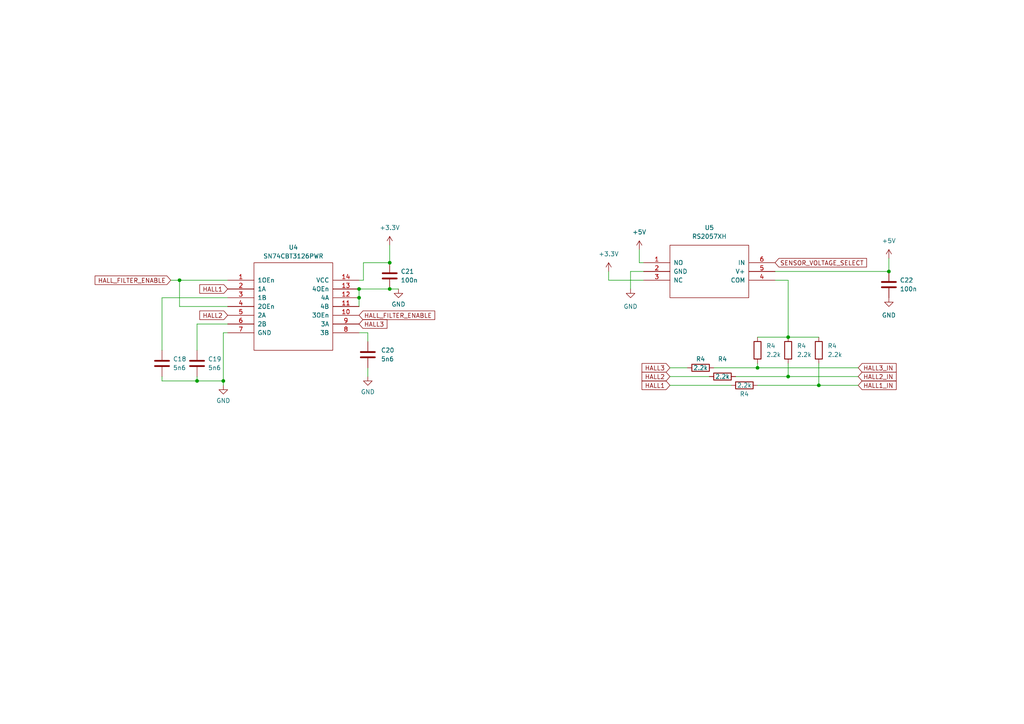
<source format=kicad_sch>
(kicad_sch (version 20230121) (generator eeschema)
  (paper "A4")
  (lib_symbols
    (symbol "Device:C" (pin_numbers hide) (pin_names (offset 0.254))
      (property "Reference" "C" (at 0.635 2.54 0))
      (property "Value" "C" (at 0.635 -2.54 0))
      (symbol "C_0_1"
        (polyline (pts (xy -2.032 -0.762) (xy 2.032 -0.762)) (stroke (width 0.508)))
        (polyline (pts (xy -2.032 0.762) (xy 2.032 0.762)) (stroke (width 0.508)))
      )
      (symbol "C_1_1"
        (pin passive line (at 0 3.81 270) (length 2.794) (name "~") (number "1"))
        (pin passive line (at 0 -3.81 90) (length 2.794) (name "~") (number "2"))
      )
    )
    (symbol "Device:R" (pin_numbers hide) (pin_names (offset 0))
      (property "Reference" "R" (at 2.032 0 90))
      (property "Value" "R" (at 0 0 90))
      (symbol "R_0_1"
        (rectangle (start -1.016 -2.54) (end 1.016 2.54) (stroke (width 0.254)))
      )
      (symbol "R_1_1"
        (pin passive line (at 0 3.81 270) (length 1.27) (name "~") (number "1"))
        (pin passive line (at 0 -3.81 90) (length 1.27) (name "~") (number "2"))
      )
    )
    (symbol "GigaVescSymbols:RS2057XH" (pin_names (offset 1.016))
      (property "Reference" "U" (at 0 -2.54 0))
      (property "Value" "RS2057XH" (at 0 -8.89 0))
      (symbol "RS2057XH_1_0"
        (rectangle (start -11.43 -7.62) (end 11.43 7.62))
      )
      (symbol "RS2057XH_1_1"
        (pin input line (at -19.05 2.54 0) (length 7.62) (name "NO") (number "1"))
        (pin input line (at -19.05 0 0) (length 7.62) (name "GND") (number "2"))
        (pin input line (at -19.05 -2.54 0) (length 7.62) (name "NC") (number "3"))
        (pin input line (at 19.05 -2.54 180) (length 7.62) (name "COM") (number "4"))
        (pin input line (at 19.05 0 180) (length 7.62) (name "V+") (number "5"))
        (pin input line (at 19.05 2.54 180) (length 7.62) (name "IN") (number "6"))
      )
    )
    (symbol "GigaVescSymbols:SN74CBT3126PWR" (pin_names (offset 1.016))
      (property "Reference" "U" (at 0 13.97 0))
      (property "Value" "SN74CBT3126PWR" (at 0 -13.97 0))
      (symbol "SN74CBT3126PWR_1_0"
        (rectangle (start -11.43 -12.7) (end 11.43 12.7))
      )
      (symbol "SN74CBT3126PWR_1_1"
        (pin input line (at -19.05 7.62 0) (length 7.62) (name "1OEn") (number "1"))
        (pin input line (at 19.05 -2.54 180) (length 7.62) (name "3OEn") (number "10"))
        (pin input line (at 19.05 0 180) (length 7.62) (name "4B") (number "11"))
        (pin input line (at 19.05 2.54 180) (length 7.62) (name "4A") (number "12"))
        (pin input line (at 19.05 5.08 180) (length 7.62) (name "4OEn") (number "13"))
        (pin input line (at 19.05 7.62 180) (length 7.62) (name "VCC") (number "14"))
        (pin input line (at -19.05 5.08 0) (length 7.62) (name "1A") (number "2"))
        (pin input line (at -19.05 2.54 0) (length 7.62) (name "1B") (number "3"))
        (pin input line (at -19.05 0 0) (length 7.62) (name "2OEn") (number "4"))
        (pin input line (at -19.05 -2.54 0) (length 7.62) (name "2A") (number "5"))
        (pin input line (at -19.05 -5.08 0) (length 7.62) (name "2B") (number "6"))
        (pin input line (at -19.05 -7.62 0) (length 7.62) (name "GND") (number "7"))
        (pin input line (at 19.05 -7.62 180) (length 7.62) (name "3B") (number "8"))
        (pin input line (at 19.05 -5.08 180) (length 7.62) (name "3A") (number "9"))
      )
    )
    (symbol "power:+3.3V" (power) (pin_names (offset 0))
      (property "Value" "+3.3V" (at 0 3.556 0))
      (symbol "+3.3V_0_1"
        (polyline (pts (xy -0.762 1.27) (xy 0 2.54)))
        (polyline (pts (xy 0 0) (xy 0 2.54)))
        (polyline (pts (xy 0 2.54) (xy 0.762 1.27)))
      )
      (symbol "+3.3V_1_1"
        (pin power_in line (at 0 0 90) (length 0) hide (name "+3.3V") (number "1"))
      )
    )
    (symbol "power:+5V" (power) (pin_names (offset 0))
      (property "Value" "+5V" (at 0 3.556 0))
      (symbol "+5V_0_1"
        (polyline (pts (xy -0.762 1.27) (xy 0 2.54)))
        (polyline (pts (xy 0 0) (xy 0 2.54)))
        (polyline (pts (xy 0 2.54) (xy 0.762 1.27)))
      )
      (symbol "+5V_1_1"
        (pin power_in line (at 0 0 90) (length 0) hide (name "+5V") (number "1"))
      )
    )
    (symbol "power:GND" (power) (pin_names (offset 0))
      (property "Value" "GND" (at 0 -3.81 0))
      (symbol "GND_0_1"
        (polyline (pts (xy 0 0) (xy 0 -1.27) (xy 1.27 -1.27) (xy 0 -2.54) (xy -1.27 -1.27) (xy 0 -1.27)))
      )
      (symbol "GND_1_1"
        (pin power_in line (at 0 0 270) (length 0) hide (name "GND") (number "1"))
      )
    )
  )
  (junction (at 219.71 106.68))
  (junction (at 257.81 78.74))
  (junction (at 228.6 109.22))
  (junction (at 237.49 111.76))
  (junction (at 228.6 97.79))
  (junction (at 57.15 110.49))
  (junction (at 104.14 83.82))
  (junction (at 104.14 86.36))
  (junction (at 113.03 76.2))
  (junction (at 64.77 110.49))
  (junction (at 52.07 81.28))
  (junction (at 113.03 83.82))
  (wire (pts (xy 213.36 109.22) (xy 228.6 109.22)))
  (wire (pts (xy 57.15 93.98) (xy 66.04 93.98)))
  (wire (pts (xy 185.42 76.2) (xy 186.69 76.2)))
  (wire (pts (xy 57.15 110.49) (xy 64.77 110.49)))
  (wire (pts (xy 104.14 83.82) (xy 113.03 83.82)))
  (wire (pts (xy 257.81 74.93) (xy 257.81 78.74)))
  (wire (pts (xy 182.88 78.74) (xy 182.88 83.82)))
  (wire (pts (xy 104.14 86.36) (xy 104.14 88.9)))
  (wire (pts (xy 194.31 111.76) (xy 212.09 111.76)))
  (wire (pts (xy 113.03 83.82) (xy 115.57 83.82)))
  (wire (pts (xy 57.15 93.98) (xy 57.15 101.6)))
  (wire (pts (xy 64.77 96.52) (xy 66.04 96.52)))
  (wire (pts (xy 52.07 81.28) (xy 66.04 81.28)))
  (wire (pts (xy 186.69 81.28) (xy 176.53 81.28)))
  (wire (pts (xy 207.01 106.68) (xy 219.71 106.68)))
  (wire (pts (xy 237.49 111.76) (xy 248.92 111.76)))
  (wire (pts (xy 219.71 105.41) (xy 219.71 106.68)))
  (wire (pts (xy 105.41 76.2) (xy 113.03 76.2)))
  (wire (pts (xy 219.71 111.76) (xy 237.49 111.76)))
  (wire (pts (xy 219.71 106.68) (xy 248.92 106.68)))
  (wire (pts (xy 106.68 106.68) (xy 106.68 109.22)))
  (wire (pts (xy 104.14 96.52) (xy 106.68 96.52)))
  (wire (pts (xy 46.99 86.36) (xy 46.99 101.6)))
  (wire (pts (xy 106.68 99.06) (xy 106.68 96.52)))
  (wire (pts (xy 46.99 109.22) (xy 46.99 110.49)))
  (wire (pts (xy 49.53 81.28) (xy 52.07 81.28)))
  (wire (pts (xy 46.99 86.36) (xy 66.04 86.36)))
  (wire (pts (xy 224.79 78.74) (xy 257.81 78.74)))
  (wire (pts (xy 52.07 88.9) (xy 66.04 88.9)))
  (wire (pts (xy 104.14 83.82) (xy 104.14 86.36)))
  (wire (pts (xy 176.53 81.28) (xy 176.53 78.74)))
  (wire (pts (xy 228.6 109.22) (xy 248.92 109.22)))
  (wire (pts (xy 219.71 97.79) (xy 228.6 97.79)))
  (wire (pts (xy 237.49 105.41) (xy 237.49 111.76)))
  (wire (pts (xy 52.07 88.9) (xy 52.07 81.28)))
  (wire (pts (xy 194.31 106.68) (xy 199.39 106.68)))
  (wire (pts (xy 186.69 78.74) (xy 182.88 78.74)))
  (wire (pts (xy 57.15 109.22) (xy 57.15 110.49)))
  (wire (pts (xy 64.77 110.49) (xy 64.77 111.76)))
  (wire (pts (xy 228.6 97.79) (xy 237.49 97.79)))
  (wire (pts (xy 113.03 71.12) (xy 113.03 76.2)))
  (wire (pts (xy 228.6 105.41) (xy 228.6 109.22)))
  (wire (pts (xy 185.42 72.39) (xy 185.42 76.2)))
  (wire (pts (xy 228.6 81.28) (xy 228.6 97.79)))
  (wire (pts (xy 64.77 110.49) (xy 64.77 96.52)))
  (wire (pts (xy 46.99 110.49) (xy 57.15 110.49)))
  (wire (pts (xy 105.41 76.2) (xy 105.41 81.28)))
  (wire (pts (xy 104.14 81.28) (xy 105.41 81.28)))
  (wire (pts (xy 194.31 109.22) (xy 205.74 109.22)))
  (wire (pts (xy 224.79 81.28) (xy 228.6 81.28)))
  (global_label "HALL2_IN" (shape input) (at 248.92 109.22 0) (property "Intersheetrefs" "${INTERSHEET_REFS}" (effects hide)))
  (global_label "SENSOR_VOLTAGE_SELECT" (shape input) (at 224.79 76.2 0) (property "Intersheetrefs" "${INTERSHEET_REFS}" (effects hide)))
  (global_label "HALL1" (shape input) (at 194.31 111.76 180) (property "Intersheetrefs" "${INTERSHEET_REFS}" (effects hide)))
  (global_label "HALL_FILTER_ENABLE" (shape input) (at 49.53 81.28 180) (property "Intersheetrefs" "${INTERSHEET_REFS}" (effects hide)))
  (global_label "HALL2" (shape input) (at 194.31 109.22 180) (property "Intersheetrefs" "${INTERSHEET_REFS}" (effects hide)))
  (global_label "HALL3" (shape input) (at 194.31 106.68 180) (property "Intersheetrefs" "${INTERSHEET_REFS}" (effects hide)))
  (global_label "HALL3_IN" (shape input) (at 248.92 106.68 0) (property "Intersheetrefs" "${INTERSHEET_REFS}" (effects hide)))
  (global_label "HALL_FILTER_ENABLE" (shape input) (at 104.14 91.44 0) (property "Intersheetrefs" "${INTERSHEET_REFS}" (effects hide)))
  (global_label "HALL1_IN" (shape input) (at 248.92 111.76 0) (property "Intersheetrefs" "${INTERSHEET_REFS}" (effects hide)))
  (global_label "HALL2" (shape input) (at 66.04 91.44 180) (property "Intersheetrefs" "${INTERSHEET_REFS}" (effects hide)))
  (global_label "HALL3" (shape input) (at 104.14 93.98 0) (property "Intersheetrefs" "${INTERSHEET_REFS}" (effects hide)))
  (global_label "HALL1" (shape input) (at 66.04 83.82 180) (property "Intersheetrefs" "${INTERSHEET_REFS}" (effects hide)))
  (symbol (lib_id "power:+5V") (at 185.42 72.39 0) (unit 1)
    (property "Reference" "#PWR031" (effects hide))
    (property "Value" "+5V" (at 185.42 67.31 0))
  )
  (symbol (lib_id "Device:C") (at 257.81 82.55 0) (unit 1)
    (property "Reference" "C22" (at 260.985 81.28 0) (effects (justify left)))
    (property "Value" "100n" (at 260.985 83.82 0) (effects (justify left)))
    (property "Footprint" "Capacitor_SMD:C_0805_2012Metric" (effects hide))
  )
  (symbol (lib_id "Device:R") (at 209.55 109.22 90) (unit 1)
    (property "Reference" "R4" (at 209.55 104.14 90))
    (property "Value" "2.2k" (at 209.55 109.22 90))
    (property "Footprint" "Resistor_SMD:R_0805_2012Metric" (effects hide))
    (instances (project "GigaVesc" (path "" (reference "R4") (unit 1)) (path "" (reference "R8") (unit 1))))
  )
  (symbol (lib_id "Device:C") (at 113.03 80.01 0) (unit 1)
    (property "Reference" "C21" (at 116.205 78.74 0) (effects (justify left)))
    (property "Value" "100n" (at 116.205 81.28 0) (effects (justify left)))
    (property "Footprint" "Capacitor_SMD:C_0805_2012Metric" (effects hide))
  )
  (symbol (lib_id "power:GND") (at 106.68 109.22 0) (unit 1)
    (property "Reference" "#PWR027" (effects hide))
    (property "Value" "GND" (at 106.68 113.665 0))
  )
  (symbol (lib_id "power:+3.3V") (at 113.03 71.12 0) (unit 1)
    (property "Reference" "#PWR028" (effects hide))
    (property "Value" "+3.3V" (at 113.03 66.04 0))
  )
  (symbol (lib_id "power:+5V") (at 257.81 74.93 0) (unit 1)
    (property "Reference" "#PWR033" (effects hide))
    (property "Value" "+5V" (at 257.81 69.85 0))
  )
  (symbol (lib_id "Device:R") (at 215.9 111.76 90) (unit 1)
    (property "Reference" "R4" (at 215.9 114.3 90))
    (property "Value" "2.2k" (at 215.9 111.76 90))
    (property "Footprint" "Resistor_SMD:R_0805_2012Metric" (effects hide))
    (instances (project "GigaVesc" (path "" (reference "R4") (unit 1)) (path "" (reference "R9") (unit 1))))
  )
  (symbol (lib_id "power:GND") (at 257.81 86.36 0) (unit 1)
    (property "Reference" "#PWR011" (effects hide))
    (property "Value" "GND" (at 257.81 91.44 0))
    (instances (project "GigaVesc" (path "" (reference "#PWR011") (unit 1)) (path "" (reference "#PWR034") (unit 1))))
  )
  (symbol (lib_id "GigaVescSymbols:SN74CBT3126PWR") (at 85.09 88.9 0) (unit 1)
    (property "Reference" "U4" (at 85.09 71.755 0))
    (property "Value" "SN74CBT3126PWR" (at 85.09 74.295 0))
    (property "Footprint" "Package_SO:TSSOP-14_4.4x5mm_P0.65mm" (effects hide))
    (property "Datasheet" "DOCUMENTATION" (effects hide))
    (property "MPN" "C7142" (effects hide))
    (property "JLCRotOffset" "-90" (effects hide))
  )
  (symbol (lib_id "Device:R") (at 203.2 106.68 90) (unit 1)
    (property "Reference" "R4" (at 203.2 104.14 90))
    (property "Value" "2.2k" (at 203.2 106.68 90))
    (property "Footprint" "Resistor_SMD:R_0805_2012Metric" (effects hide))
    (property "MPN" "C17520" (effects hide))
    (instances (project "GigaVesc" (path "" (reference "R4") (unit 1)) (path "" (reference "R7") (unit 1))))
  )
  (symbol (lib_id "power:GND") (at 64.77 111.76 0) (unit 1)
    (property "Reference" "#PWR026" (effects hide))
    (property "Value" "GND" (at 64.77 116.205 0))
  )
  (symbol (lib_id "power:GND") (at 182.88 83.82 0) (unit 1)
    (property "Reference" "#PWR011" (effects hide))
    (property "Value" "GND" (at 182.88 88.9 0))
    (instances (project "GigaVesc" (path "" (reference "#PWR011") (unit 1)) (path "" (reference "#PWR032") (unit 1))))
  )
  (symbol (lib_id "Device:C") (at 46.99 105.41 0) (unit 1)
    (property "Reference" "C18" (at 50.165 104.14 0) (effects (justify left)))
    (property "Value" "5n6" (at 50.165 106.68 0) (effects (justify left)))
    (property "Footprint" "Capacitor_SMD:C_0805_2012Metric" (effects hide))
    (property "MPN" "C565626" (effects hide))
  )
  (symbol (lib_id "Device:C") (at 106.68 102.87 0) (unit 1)
    (property "Reference" "C20" (at 110.49 101.6 0) (effects (justify left)))
    (property "Value" "5n6" (at 110.49 104.14 0) (effects (justify left)))
    (property "Footprint" "Capacitor_SMD:C_0805_2012Metric" (effects hide))
  )
  (symbol (lib_id "Device:R") (at 237.49 101.6 0) (unit 1)
    (property "Reference" "R4" (at 240.03 100.33 0) (effects (justify left)))
    (property "Value" "2.2k" (at 240.03 102.87 0) (effects (justify left)))
    (property "Footprint" "Resistor_SMD:R_0805_2012Metric" (effects hide))
    (instances (project "GigaVesc" (path "" (reference "R4") (unit 1)) (path "" (reference "R12") (unit 1))))
  )
  (symbol (lib_id "GigaVescSymbols:RS2057XH") (at 205.74 78.74 0) (unit 1)
    (property "Reference" "U5" (at 205.74 66.04 0))
    (property "Value" "RS2057XH" (at 205.74 68.58 0))
    (property "Footprint" "Package_TO_SOT_SMD:SOT-23-6" (effects hide))
    (property "Datasheet" "DOCUMENTATION" (effects hide))
    (property "MPN" "C255474" (effects hide))
    (property "JLCRotOffset" "-180" (effects hide))
  )
  (symbol (lib_id "Device:C") (at 57.15 105.41 0) (unit 1)
    (property "Reference" "C19" (at 60.325 104.14 0) (effects (justify left)))
    (property "Value" "5n6" (at 60.325 106.68 0) (effects (justify left)))
    (property "Footprint" "Capacitor_SMD:C_0805_2012Metric" (effects hide))
  )
  (symbol (lib_id "power:+3.3V") (at 176.53 78.74 0) (unit 1)
    (property "Reference" "#PWR030" (effects hide))
    (property "Value" "+3.3V" (at 176.53 73.66 0))
  )
  (symbol (lib_id "Device:R") (at 219.71 101.6 0) (unit 1)
    (property "Reference" "R4" (at 222.25 100.33 0) (effects (justify left)))
    (property "Value" "2.2k" (at 222.25 102.87 0) (effects (justify left)))
    (property "Footprint" "Resistor_SMD:R_0805_2012Metric" (effects hide))
    (property "MPN" "C17520" (effects hide))
    (instances (project "GigaVesc" (path "" (reference "R4") (unit 1)) (path "" (reference "R10") (unit 1))))
  )
  (symbol (lib_id "Device:R") (at 228.6 101.6 0) (unit 1)
    (property "Reference" "R4" (at 231.14 100.33 0) (effects (justify left)))
    (property "Value" "2.2k" (at 231.14 102.87 0) (effects (justify left)))
    (property "Footprint" "Resistor_SMD:R_0805_2012Metric" (effects hide))
    (instances (project "GigaVesc" (path "" (reference "R4") (unit 1)) (path "" (reference "R11") (unit 1))))
  )
  (symbol (lib_id "power:GND") (at 115.57 83.82 0) (unit 1)
    (property "Reference" "#PWR029" (effects hide))
    (property "Value" "GND" (at 115.57 88.265 0))
  )
)
</source>
